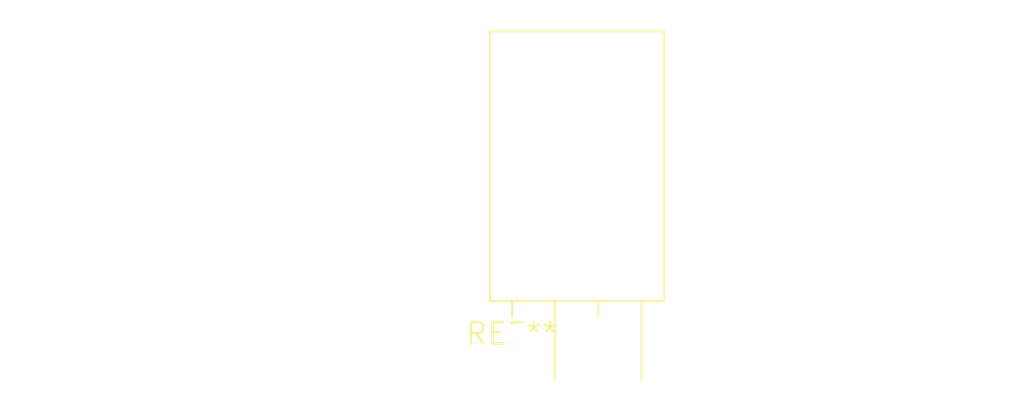
<source format=kicad_pcb>
(kicad_pcb (version 20240108) (generator pcbnew)
  (layers (0 "F.Cu" signal) (31 "B.Cu" signal) (34 "B.Paste" user) (35 "F.Paste" user) (36 "B.SilkS" user "B.Silkscreen") (37 "F.SilkS" user "F.Silkscreen") (38 "B.Mask" user) (39 "F.Mask" user) (44 "Edge.Cuts" user))
  (net 0 "")
  (footprint "TO-220-4_P5.08x2.54mm_StaggerEven_Lead5.84mm_TabDown" (layer "F.Cu") (at 0 0)
    (property "Reference" "REF**")
    (property "Value" "TO-220-4_P5.08x2.54mm_StaggerEven_Lead5.84mm_TabDown")
    (fp_line (start -1.31 -17.82) (end -1.31 -1.93) (layer "F.SilkS") (stroke (width 0.12)))
    (fp_line (start -1.31 -17.82) (end 8.93 -17.82) (layer "F.SilkS") (stroke (width 0.12)))
    (fp_line (start -1.31 -1.93) (end 8.93 -1.93) (layer "F.SilkS") (stroke (width 0.12)))
    (fp_line (start 0 -1.93) (end 0 -1.05) (layer "F.SilkS") (stroke (width 0.12)))
    (fp_line (start 2.54 -1.93) (end 2.54 2.735) (layer "F.SilkS") (stroke (width 0.12)))
    (fp_line (start 5.08 -1.93) (end 5.08 -1.066) (layer "F.SilkS") (stroke (width 0.12)))
    (fp_line (start 7.62 -1.93) (end 7.62 2.735) (layer "F.SilkS") (stroke (width 0.12)))
    (fp_line (start 8.93 -17.82) (end 8.93 -1.93) (layer "F.SilkS") (stroke (width 0.12)))
    (pad "" np_thru_hole oval (at 3.81 -14.9) (size 3.5 3.5) (drill 3.5) (layers *.Cu *.Mask))
    (pad "1" thru_hole rect (at 0 0) (size 1.8 1.8) (drill 1.1) (layers *.Cu *.Mask) (remove_unused_layers))
    (pad "2" thru_hole oval (at 2.54 3.8) (size 1.8 1.8) (drill 1.1) (layers *.Cu *.Mask) (remove_unused_layers))
    (pad "3" thru_hole oval (at 5.08 0) (size 1.8 1.8) (drill 1.1) (layers *.Cu *.Mask) (remove_unused_layers))
    (pad "4" thru_hole oval (at 7.62 3.8) (size 1.8 1.8) (drill 1.1) (layers *.Cu *.Mask) (remove_unused_layers))
  )
)
</source>
